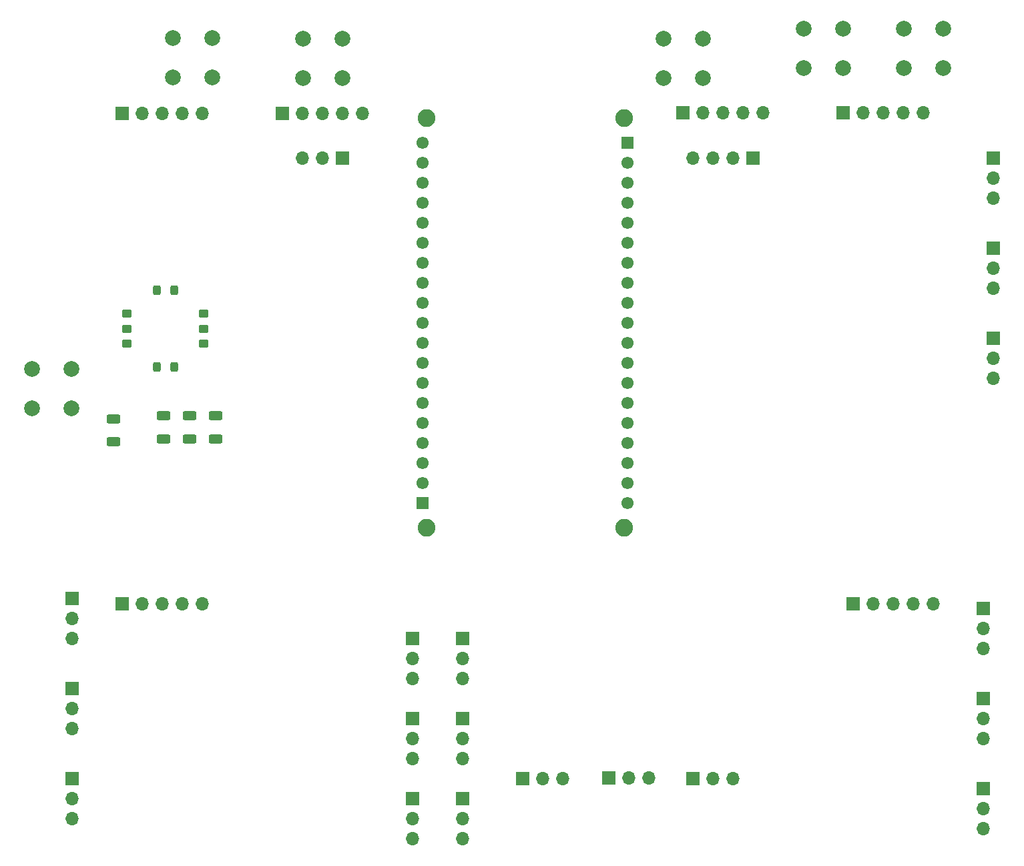
<source format=gbr>
%TF.GenerationSoftware,KiCad,Pcbnew,8.0.5*%
%TF.CreationDate,2024-10-30T17:58:28+01:00*%
%TF.ProjectId,Controller-BMU-Kombi,436f6e74-726f-46c6-9c65-722d424d552d,rev?*%
%TF.SameCoordinates,Original*%
%TF.FileFunction,Soldermask,Top*%
%TF.FilePolarity,Negative*%
%FSLAX46Y46*%
G04 Gerber Fmt 4.6, Leading zero omitted, Abs format (unit mm)*
G04 Created by KiCad (PCBNEW 8.0.5) date 2024-10-30 17:58:28*
%MOMM*%
%LPD*%
G01*
G04 APERTURE LIST*
G04 Aperture macros list*
%AMRoundRect*
0 Rectangle with rounded corners*
0 $1 Rounding radius*
0 $2 $3 $4 $5 $6 $7 $8 $9 X,Y pos of 4 corners*
0 Add a 4 corners polygon primitive as box body*
4,1,4,$2,$3,$4,$5,$6,$7,$8,$9,$2,$3,0*
0 Add four circle primitives for the rounded corners*
1,1,$1+$1,$2,$3*
1,1,$1+$1,$4,$5*
1,1,$1+$1,$6,$7*
1,1,$1+$1,$8,$9*
0 Add four rect primitives between the rounded corners*
20,1,$1+$1,$2,$3,$4,$5,0*
20,1,$1+$1,$4,$5,$6,$7,0*
20,1,$1+$1,$6,$7,$8,$9,0*
20,1,$1+$1,$8,$9,$2,$3,0*%
G04 Aperture macros list end*
%ADD10R,1.700000X1.700000*%
%ADD11O,1.700000X1.700000*%
%ADD12RoundRect,0.250000X-0.625000X0.312500X-0.625000X-0.312500X0.625000X-0.312500X0.625000X0.312500X0*%
%ADD13C,2.000000*%
%ADD14RoundRect,0.250000X0.250000X-0.375000X0.250000X0.375000X-0.250000X0.375000X-0.250000X-0.375000X0*%
%ADD15RoundRect,0.250000X0.375000X0.250000X-0.375000X0.250000X-0.375000X-0.250000X0.375000X-0.250000X0*%
%ADD16RoundRect,0.250000X-0.250000X0.375000X-0.250000X-0.375000X0.250000X-0.375000X0.250000X0.375000X0*%
%ADD17RoundRect,0.250000X-0.375000X-0.250000X0.375000X-0.250000X0.375000X0.250000X-0.375000X0.250000X0*%
%ADD18C,1.554000*%
%ADD19RoundRect,0.102000X0.675000X0.675000X-0.675000X0.675000X-0.675000X-0.675000X0.675000X-0.675000X0*%
%ADD20C,2.250000*%
G04 APERTURE END LIST*
D10*
%TO.C,J10*%
X134620000Y-130810000D03*
D11*
X134620000Y-133350000D03*
X134620000Y-135890000D03*
%TD*%
D10*
%TO.C,J12*%
X134620000Y-151130000D03*
D11*
X134620000Y-153670000D03*
X134620000Y-156210000D03*
%TD*%
D10*
%TO.C,J11*%
X134620000Y-140970000D03*
D11*
X134620000Y-143510000D03*
X134620000Y-146050000D03*
%TD*%
D10*
%TO.C,J22*%
X200660000Y-127015000D03*
D11*
X200660000Y-129555000D03*
X200660000Y-132095000D03*
%TD*%
%TO.C,J21*%
X168925000Y-148590000D03*
X166385000Y-148590000D03*
D10*
X163845000Y-148590000D03*
%TD*%
%TO.C,J3*%
X162540000Y-64120000D03*
D11*
X165080000Y-64120000D03*
X167620000Y-64120000D03*
X170160000Y-64120000D03*
X172700000Y-64120000D03*
%TD*%
D12*
%TO.C,R4*%
X96694783Y-102535091D03*
X96694783Y-105460091D03*
%TD*%
D10*
%TO.C,J18*%
X85090000Y-148605000D03*
D11*
X85090000Y-151145000D03*
X85090000Y-153685000D03*
%TD*%
D13*
%TO.C,U7*%
X190580000Y-58420000D03*
X190580000Y-53420000D03*
X195580000Y-58420000D03*
X195580000Y-53420000D03*
%TD*%
D10*
%TO.C,J1*%
X91420000Y-64180000D03*
D11*
X93960000Y-64180000D03*
X96500000Y-64180000D03*
X99040000Y-64180000D03*
X101580000Y-64180000D03*
%TD*%
%TO.C,J19*%
X147320000Y-148590000D03*
X144780000Y-148590000D03*
D10*
X142240000Y-148590000D03*
%TD*%
D12*
%TO.C,R3*%
X99984783Y-102535091D03*
X99984783Y-105460091D03*
%TD*%
D13*
%TO.C,U3*%
X160100000Y-59690000D03*
X160100000Y-54690000D03*
X165100000Y-59690000D03*
X165100000Y-54690000D03*
%TD*%
%TO.C,U5*%
X114380000Y-59690000D03*
X114380000Y-54690000D03*
X119380000Y-59690000D03*
X119380000Y-54690000D03*
%TD*%
D11*
%TO.C,J9*%
X128270000Y-156210000D03*
X128270000Y-153670000D03*
D10*
X128270000Y-151130000D03*
%TD*%
%TO.C,J26*%
X171490000Y-69850000D03*
D11*
X168950000Y-69850000D03*
X166410000Y-69850000D03*
X163870000Y-69850000D03*
%TD*%
D10*
%TO.C,J4*%
X182860000Y-64120000D03*
D11*
X185400000Y-64120000D03*
X187940000Y-64120000D03*
X190480000Y-64120000D03*
X193020000Y-64120000D03*
%TD*%
%TO.C,J20*%
X158264386Y-148509185D03*
X155724386Y-148509185D03*
D10*
X153184386Y-148509185D03*
%TD*%
D14*
%TO.C,U1*%
X98024783Y-96365091D03*
X95824783Y-96365091D03*
D15*
X92049783Y-93390091D03*
X92049783Y-91490091D03*
X92049783Y-89590091D03*
D16*
X95824783Y-86615091D03*
X98024783Y-86615091D03*
D17*
X101799783Y-89590091D03*
X101799783Y-91490091D03*
X101799783Y-93390091D03*
%TD*%
D11*
%TO.C,J8*%
X128270000Y-146050000D03*
X128270000Y-143510000D03*
D10*
X128270000Y-140970000D03*
%TD*%
D13*
%TO.C,U8*%
X80050000Y-96560000D03*
X85050000Y-96560000D03*
X80050000Y-101560000D03*
X85050000Y-101560000D03*
%TD*%
%TO.C,U6*%
X177880000Y-58420000D03*
X177880000Y-53420000D03*
X182880000Y-58420000D03*
X182880000Y-53420000D03*
%TD*%
D10*
%TO.C,J2*%
X111760000Y-64180000D03*
D11*
X114300000Y-64180000D03*
X116840000Y-64180000D03*
X119380000Y-64180000D03*
X121920000Y-64180000D03*
%TD*%
D12*
%TO.C,R1*%
X90344783Y-102920091D03*
X90344783Y-105845091D03*
%TD*%
D10*
%TO.C,J13*%
X201930000Y-69850000D03*
D11*
X201930000Y-72390000D03*
X201930000Y-74930000D03*
%TD*%
D10*
%TO.C,J23*%
X200660000Y-138430000D03*
D11*
X200660000Y-140970000D03*
X200660000Y-143510000D03*
%TD*%
D13*
%TO.C,U4*%
X97870000Y-59610000D03*
X97870000Y-54610000D03*
X102870000Y-59610000D03*
X102870000Y-54610000D03*
%TD*%
D12*
%TO.C,R2*%
X103274783Y-102535091D03*
X103274783Y-105460091D03*
%TD*%
D10*
%TO.C,J17*%
X85090000Y-137175000D03*
D11*
X85090000Y-139715000D03*
X85090000Y-142255000D03*
%TD*%
D10*
%TO.C,J15*%
X201930000Y-92710000D03*
D11*
X201930000Y-95250000D03*
X201930000Y-97790000D03*
%TD*%
D10*
%TO.C,J24*%
X200660000Y-149860000D03*
D11*
X200660000Y-152400000D03*
X200660000Y-154940000D03*
%TD*%
D10*
%TO.C,J14*%
X201930000Y-81280000D03*
D11*
X201930000Y-83820000D03*
X201930000Y-86360000D03*
%TD*%
%TO.C,J25*%
X114285000Y-69850000D03*
X116825000Y-69850000D03*
D10*
X119365000Y-69850000D03*
%TD*%
%TO.C,J5*%
X91420000Y-126410000D03*
D11*
X93960000Y-126410000D03*
X96500000Y-126410000D03*
X99040000Y-126410000D03*
X101580000Y-126410000D03*
%TD*%
%TO.C,J7*%
X128270000Y-135890000D03*
X128270000Y-133350000D03*
D10*
X128270000Y-130810000D03*
%TD*%
%TO.C,J16*%
X85090000Y-125745000D03*
D11*
X85090000Y-128285000D03*
X85090000Y-130825000D03*
%TD*%
%TO.C,J6*%
X194290000Y-126410000D03*
X191750000Y-126410000D03*
X189210000Y-126410000D03*
X186670000Y-126410000D03*
D10*
X184130000Y-126410000D03*
%TD*%
D18*
%TO.C,U2*%
X155585000Y-113650000D03*
X155585000Y-111110000D03*
X155585000Y-108570000D03*
X155585000Y-106030000D03*
X155585000Y-103490000D03*
X155585000Y-100950000D03*
X155585000Y-98410000D03*
X155585000Y-95870000D03*
X155585000Y-93330000D03*
X155585000Y-90790000D03*
X155585000Y-88250000D03*
X155585000Y-85710000D03*
X155585000Y-83170000D03*
X155585000Y-80630000D03*
X155585000Y-78090000D03*
X155585000Y-75550000D03*
X155585000Y-73010000D03*
X155585000Y-70470000D03*
D19*
X155585000Y-67930000D03*
D18*
X129585000Y-67930000D03*
X129585000Y-70470000D03*
X129585000Y-73010000D03*
X129585000Y-75550000D03*
X129585000Y-78090000D03*
X129585000Y-80630000D03*
X129585000Y-83170000D03*
X129585000Y-85710000D03*
X129585000Y-88250000D03*
X129585000Y-90790000D03*
X129585000Y-93330000D03*
X129585000Y-95870000D03*
X129585000Y-98410000D03*
X129585000Y-100950000D03*
X129585000Y-103490000D03*
X129585000Y-106030000D03*
X129585000Y-108570000D03*
X129585000Y-111110000D03*
D19*
X129585000Y-113650000D03*
D20*
X130085000Y-64790000D03*
X130085000Y-116790000D03*
X155085000Y-64790000D03*
X155085000Y-116790000D03*
%TD*%
M02*

</source>
